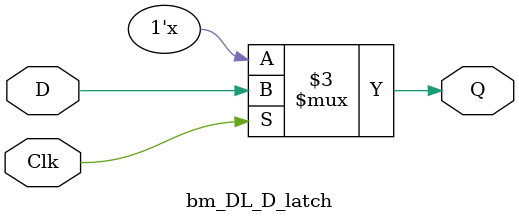
<source format=v>

/* pg 389 - D latch */

module bm_DL_D_latch(D, Clk, Q);
	input D, Clk;
	output Q;
	reg Q;
	
	always @(D or Clk)
		if (Clk)
			Q = D;
endmodule

</source>
